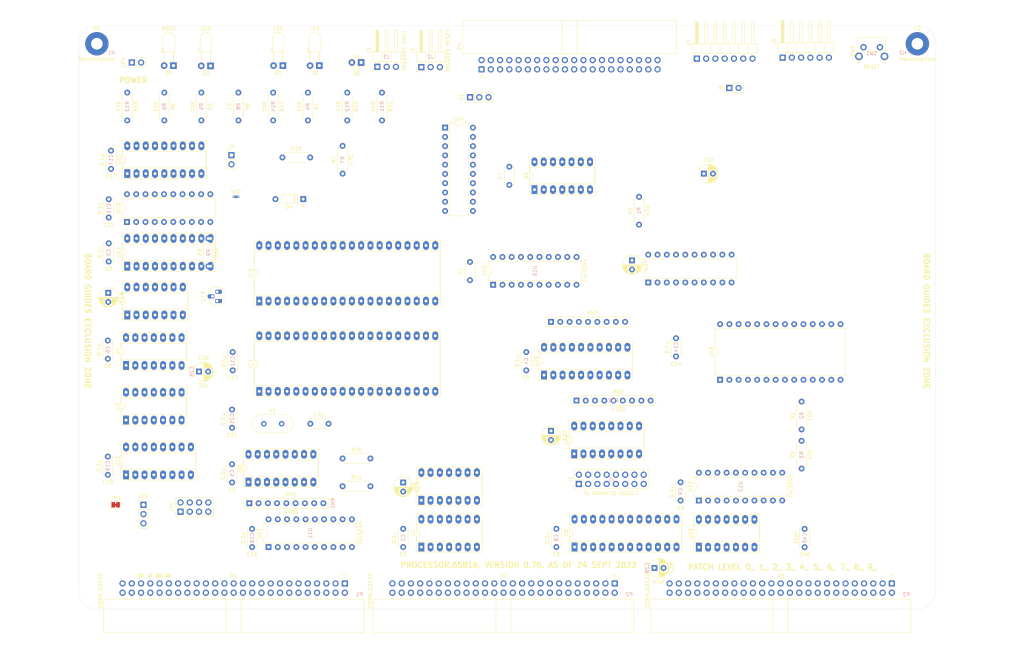
<source format=kicad_pcb>
(kicad_pcb (version 20211014) (generator pcbnew)
  (title_block (title "DUODYNE TMS9995 PROCESSOR") (date "2023-10-14") (rev "v0.50"))
  (layers (0 "F.Cu" signal) (31 "B.Cu" signal) (34 "B.Paste" user) (35 "F.Paste" user) (36 "B.SilkS" user "B.Silkscreen") (37 "F.SilkS" user "F.Silkscreen") (38 "B.Mask" user) (39 "F.Mask" user) (44 "Edge.Cuts" user))
  (net 0 "")
  (net 1 "GND")
  (net 2 "VCC")
  (net 3 "Net-(D2-Pad1)")
  (net 4 "Net-(D5-Pad2)")
  (net 5 "Net-(C40-Pad2)")
  (net 6 "Net-(D1-Pad2)")
  (net 7 "Net-(D2-Pad2)")
  (net 8 "~{WAIT}")
  (net 9 "~{INT0}")
  (net 10 "~{TEND1}")
  (net 11 "~{TEND0}")
  (net 12 "~{DREQ1}")
  (net 13 "~{DREQ0}")
  (net 14 "Net-(D3-Pad1)")
  (net 15 "-12V")
  (net 16 "Net-(D3-Pad2)")
  (net 17 "~{HALT}")
  (net 18 "~{BUSRQ}")
  (net 19 "/bus/CRUCLK")
  (net 20 "~{NMI}")
  (net 21 "CLK")
  (net 22 "~{BUSACK}")
  (net 23 "~{M1}")
  (net 24 "~{MREQ}")
  (net 25 "~{IORQ}")
  (net 26 "~{WR}")
  (net 27 "~{RD}")
  (net 28 "A0")
  (net 29 "A1")
  (net 30 "A2")
  (net 31 "A3")
  (net 32 "A4")
  (net 33 "A5")
  (net 34 "A6")
  (net 35 "A7")
  (net 36 "A8")
  (net 37 "A9")
  (net 38 "A10")
  (net 39 "A11")
  (net 40 "A12")
  (net 41 "A13")
  (net 42 "A14")
  (net 43 "A15")
  (net 44 "+12V")
  (net 45 "D0")
  (net 46 "D1")
  (net 47 "D2")
  (net 48 "D3")
  (net 49 "D4")
  (net 50 "D5")
  (net 51 "D6")
  (net 52 "D7")
  (net 53 "Net-(D5-Pad1)")
  (net 54 "Net-(C41-Pad2)")
  (net 55 "~{ACTIVE}")
  (net 56 "Net-(D6-Pad2)")
  (net 57 "ZERO")
  (net 58 "CRUIN")
  (net 59 "~{INT4}")
  (net 60 "IAQ")
  (net 61 "~{DBIN}")
  (net 62 "~{WE}")
  (net 63 "~{MEMEN}")
  (net 64 "Net-(IC1-Pad21)")
  (net 65 "~{CPU-IORQ}")
  (net 66 "~{CPU-RESET}")
  (net 67 "CPU-A1")
  (net 68 "CPU-A0")
  (net 69 "~{CPU-WAIT}")
  (net 70 "~{CPU-M1}")
  (net 71 "~{CPU-MREQ}")
  (net 72 "DATA-DIR")
  (net 73 "~{TMS9995_RST}")
  (net 74 "Net-(IC1-Pad23)")
  (net 75 "RA15")
  (net 76 "RA14")
  (net 77 "RA13")
  (net 78 "RA12")
  (net 79 "bCLK")
  (net 80 "/bus/~{RFSH}")
  (net 81 "/bus/~{EIRQ7}")
  (net 82 "/bus/~{EIRQ6}")
  (net 83 "~{MAPSEL}")
  (net 84 "~{PWE}")
  (net 85 "Net-(IC2-Pad6)")
  (net 87 "PROTECT")
  (net 91 "CPU-A3")
  (net 92 "CPU-A4")
  (net 93 "CPU-A2")
  (net 94 "CPU-A5")
  (net 95 "CPU-A6")
  (net 96 "CPU-A7")
  (net 97 "/bus/~{EIRQ5}")
  (net 98 "CPU-A11")
  (net 99 "CPU-A12")
  (net 100 "CPU-A10")
  (net 101 "CPU-A13")
  (net 102 "CPU-A9")
  (net 103 "CPU-A14")
  (net 104 "CPU-A8")
  (net 105 "CPU-A15")
  (net 106 "~{CPU-INT}")
  (net 107 "~{CPU-HALT}")
  (net 108 "CPU-D1")
  (net 109 "CPU-D7")
  (net 110 "CPU-D6")
  (net 111 "CPU-D3")
  (net 112 "CPU-D0")
  (net 113 "CPU-D2")
  (net 114 "CPU-D5")
  (net 115 "CPU-D4")
  (net 117 "9995EN")
  (net 118 "~{9995EN}")
  (net 119 "~{9995ACTIVE}")
  (net 120 "A16")
  (net 121 "A17")
  (net 122 "A18")
  (net 123 "A19")
  (net 124 "A20")
  (net 125 "A21")
  (net 126 "/bus/~{EIRQ4}")
  (net 127 "/bus/~{EIRQ3}")
  (net 128 "Net-(J4-Pad1)")
  (net 129 "/bus/~{EIRQ2}")
  (net 130 "/bus/~{EIRQ1}")
  (net 132 "/bus/~{EIRQ0}")
  (net 133 "A23")
  (net 134 "A22")
  (net 135 "Net-(J5-Pad3)")
  (net 137 "CPU-A16")
  (net 138 "CPU-A17")
  (net 139 "10KA")
  (net 140 "CPU-A18")
  (net 141 "CPU-A19")
  (net 142 "CPU-A20")
  (net 143 "/bus/E")
  (net 144 "/bus/ST")
  (net 145 "/bus/PHI")
  (net 146 "/bus/~{INT2}")
  (net 147 "/bus/~{INT1}")
  (net 148 "~{RES_IN}")
  (net 149 "/bus/CRUOUT")
  (net 150 "/bus/CRUIN")
  (net 151 "~{RES_OUT}")
  (net 152 "/bus/USER8")
  (net 153 "/bus/USER7")
  (net 154 "/bus/USER6")
  (net 155 "/bus/USER5")
  (net 156 "/bus/USER4")
  (net 157 "/bus/USER3")
  (net 158 "/bus/USER2")
  (net 159 "/bus/USER1")
  (net 160 "/bus/USER0")
  (net 161 "~{ONBOARD_ROM}")
  (net 163 "/bus/A31")
  (net 164 "/bus/A30")
  (net 165 "/bus/A29")
  (net 166 "/bus/A28")
  (net 167 "/bus/A27")
  (net 168 "/bus/A26")
  (net 169 "/bus/A25")
  (net 170 "/bus/A24")
  (net 171 "~{OFFBOARD_MEM}")
  (net 172 "/bus/IC3")
  (net 173 "/bus/IC2")
  (net 174 "/bus/IC1")
  (net 175 "/bus/IC0")
  (net 176 "/bus/AUXCLK1")
  (net 177 "/bus/AUXCLK0")
  (net 178 "/bus/D15")
  (net 179 "/bus/D31")
  (net 180 "/bus/D14")
  (net 181 "/bus/D30")
  (net 182 "/bus/D13")
  (net 183 "/bus/D29")
  (net 184 "/bus/D12")
  (net 185 "/bus/D28")
  (net 186 "/bus/D11")
  (net 187 "/bus/D27")
  (net 188 "/bus/D10")
  (net 189 "/bus/D26")
  (net 190 "/bus/D9")
  (net 191 "/bus/D25")
  (net 192 "/bus/D8")
  (net 193 "/bus/D24")
  (net 194 "/bus/D23")
  (net 195 "/bus/D22")
  (net 196 "/bus/D21")
  (net 197 "/bus/D20")
  (net 198 "/bus/D19")
  (net 199 "/bus/D18")
  (net 200 "/bus/D17")
  (net 201 "/bus/D16")
  (net 202 "/bus/~{BUSERR}")
  (net 203 "/bus/UDS")
  (net 204 "/bus/~{VPA}")
  (net 205 "/bus/LDS")
  (net 206 "/bus/~{VMA}")
  (net 207 "/bus/S2")
  (net 208 "/bus/~{BHE}")
  (net 209 "/bus/S1")
  (net 210 "/bus/IPL2")
  (net 211 "/bus/S0")
  (net 212 "/bus/IPL1")
  (net 213 "/bus/AUXCLK3")
  (net 214 "/bus/IPL0")
  (net 215 "/bus/AUXCLK2")
  (net 216 "USEROUT1")
  (net 217 "USEROUT2")
  (net 218 "USEROUT3")
  (net 219 "USEROUT4")
  (net 225 "USEROUT5")
  (net 226 "Net-(JP1-Pad1)")
  (net 227 "Net-(JP1-Pad3)")
  (net 229 "Net-(J1-Pad9)")
  (net 230 "Net-(J1-Pad10)")
  (net 231 "Net-(JP1-Pad5)")
  (net 233 "Net-(J1-Pad11)")
  (net 234 "Net-(JP1-Pad7)")
  (net 235 "Net-(JP3-Pad1)")
  (net 236 "RX")
  (net 237 "TX")
  (net 238 "~{EXT_RES}")
  (net 239 "Net-(JP4-Pad1)")
  (net 240 "/IO/VCC_IDE")
  (net 241 "Net-(P3-Pad40)")
  (net 242 "Net-(P3-Pad44)")
  (net 243 "/bus/I2C_SCL")
  (net 244 "Net-(J1-Pad12)")
  (net 245 "Net-(J1-Pad13)")
  (net 246 "Net-(J1-Pad14)")
  (net 247 "Net-(J1-Pad15)")
  (net 248 "Net-(J1-Pad16)")
  (net 249 "Net-(U21-Pad5)")
  (net 250 "/bus/I2C_SDA")
  (net 251 "Net-(P4-Pad1)")
  (net 267 "~{CFSEL}")
  (net 268 "Net-(P4-Pad38)")
  (net 269 "Net-(R2-Pad1)")
  (net 270 "Net-(R9-Pad2)")
  (net 271 "99TOGGLE")
  (net 280 "Net-(U1-Pad12)")
  (net 281 "Net-(U1-Pad13)")
  (net 285 "Net-(U2-Pad11)")
  (net 294 "MAPEN")
  (net 295 "Net-(U4-Pad8)")
  (net 296 "Net-(U21-Pad15)")
  (net 297 "~{CRUCLK}")
  (net 298 "Net-(U5-Pad2)")
  (net 301 "Net-(U5-Pad12)")
  (net 303 "WAIT")
  (net 304 "Net-(U15-Pad7)")
  (net 305 "Net-(U7-Pad2)")
  (net 306 "Net-(U7-Pad12)")
  (net 307 "~{ISFE}")
  (net 308 "~{ROMEN}")
  (net 309 "USER")
  (net 310 "~{FLAGSEL}")
  (net 311 "~{9902SEL}")
  (footprint "Connector_IDC:IDC-Header_2x25_P2.54mm_Horizontal" (layer "F.Cu") (at 108 223 -90)
    (fp_text reference "P1")
    (fp_text value "CONN_02X25")
  )
  (footprint "Capacitor_THT:C_Disc_D5.0mm_W2.5mm_P5.00mm" (layer "F.Cu") (at 124 208 -90)
    (fp_text reference "C2")
    (fp_text value "0.1u")
  )
  (footprint "Capacitor_THT:C_Disc_D5.0mm_W2.5mm_P5.00mm" (layer "F.Cu") (at 43.255 129.71 -90)
    (fp_text reference "C3")
    (fp_text value "0.1u")
  )
  (footprint "Capacitor_THT:C_Disc_D5.0mm_W2.5mm_P5.00mm" (layer "F.Cu") (at 157.75 159.55 -90)
    (fp_text reference "C4")
    (fp_text value "0.1u")
  )
  (footprint "Capacitor_THT:C_Disc_D5.0mm_W2.5mm_P5.00mm" (layer "F.Cu") (at 77.075 190.3 -90)
    (fp_text reference "C5")
    (fp_text value "0.1u")
  )
  (footprint "Capacitor_THT:C_Disc_D5.0mm_W2.5mm_P5.00mm" (layer "F.Cu") (at 43 156.38 -90)
    (fp_text reference "C6")
    (fp_text value "0.1u")
  )
  (footprint "Capacitor_THT:C_Disc_D5.0mm_W2.5mm_P5.00mm" (layer "F.Cu") (at 166 208 -90)
    (fp_text reference "C8")
    (fp_text value "0.1u")
  )
  (footprint "Capacitor_THT:C_Disc_D5.0mm_W2.5mm_P5.00mm" (layer "F.Cu") (at 200.075 195.25 -90)
    (fp_text reference "C9")
    (fp_text value "0.1u")
  )
  (footprint "Capacitor_THT:C_Disc_D5.0mm_W2.5mm_P5.00mm" (layer "F.Cu") (at 43.255 117.645 -90)
    (fp_text reference "C11")
    (fp_text value "0.1u")
  )
  (footprint "Capacitor_THT:C_Disc_D5.0mm_W2.5mm_P5.00mm" (layer "F.Cu") (at 198.83 155.745 -90)
    (fp_text reference "C14")
    (fp_text value "0.1u")
  )
  (footprint "Capacitor_THT:CP_Radial_D5.0mm_P2.50mm" (layer "F.Cu") (at 68.0199 164.9)
    (fp_text reference "C26")
    (fp_text value "22u")
  )
  (footprint "Capacitor_THT:C_Disc_D5.0mm_W2.5mm_P5.00mm" (layer "F.Cu") (at 43.89 104.31 -90)
    (fp_text reference "C17")
    (fp_text value "0.1u")
  )
  (footprint "Capacitor_THT:CP_Radial_D5.0mm_P2.50mm" (layer "F.Cu") (at 124 195.3 -90)
    (fp_text reference "C20")
    (fp_text value "10u")
  )
  (footprint "Capacitor_THT:C_Disc_D5.0mm_W2.5mm_P5.00mm" (layer "F.Cu") (at 77.075 175.3 -90)
    (fp_text reference "C21")
    (fp_text value "0.1u")
  )
  (footprint "Capacitor_THT:CP_Radial_D5.0mm_P2.50mm" (layer "F.Cu") (at 164.54 181.145 -90)
    (fp_text reference "C22")
    (fp_text value "10u")
  )
  (footprint "Capacitor_THT:CP_Radial_D5.0mm_P2.50mm" (layer "F.Cu") (at 192.8847 218.75)
    (fp_text reference "C28")
    (fp_text value "47uF")
  )
  (footprint "Diode_THT:D_DO-35_SOD27_P7.62mm_Horizontal" (layer "F.Cu") (at 96.595 117.605 180)
    (fp_text reference "D4")
    (fp_text value "1N4148")
  )
  (footprint "LED_THT:LED_D3.0mm_Horizontal_O3.81mm_Z2.0mm" (layer "F.Cu") (at 61 81 180)
    (fp_text reference "D5")
    (fp_text value "6502")
  )
  (footprint "LED_THT:LED_D3.0mm" (layer "F.Cu") (at 112.47 80.14 180)
    (fp_text reference "D6")
    (fp_text value "LED")
  )
  (footprint "LED_THT:LED_D3.0mm_Horizontal_O3.81mm_Z2.0mm" (layer "F.Cu") (at 91 81 180)
    (fp_text reference "D1")
    (fp_text value "LED")
  )
  (footprint "LED_THT:LED_D3.0mm_Horizontal_O3.81mm_Z2.0mm" (layer "F.Cu") (at 101 81 180)
    (fp_text reference "D2")
    (fp_text value "LED")
  )
  (footprint "Resistor_THT:R_Axial_DIN0207_L6.3mm_D2.5mm_P7.62mm_Horizontal" (layer "F.Cu") (at 68.655 88.395 -90)
    (fp_text reference "R5")
    (fp_text value "10K")
  )
  (footprint "Resistor_THT:R_Axial_DIN0207_L6.3mm_D2.5mm_P7.62mm_Horizontal" (layer "F.Cu") (at 58.495 88.395 -90)
    (fp_text reference "R6")
    (fp_text value "10K")
  )
  (footprint "Package_DIP:DIP-14_W7.62mm_Socket_LongPads" (layer "F.Cu") (at 48 163.2 90)
    (fp_text reference "U4")
    (fp_text value "74LS04")
  )
  (footprint "Package_DIP:DIP-14_W7.62mm_Socket_LongPads" (layer "F.Cu") (at 128.975 200.2 90)
    (fp_text reference "U5")
    (fp_text value "74LS74")
  )
  (footprint "Package_DIP:DIP-16_W7.62mm_Socket_LongPads" (layer "F.Cu") (at 81.575 195.2 90)
    (fp_text reference "U6")
    (fp_text value "74LS112")
  )
  (footprint "Package_DIP:DIP-24_W7.62mm_Socket_LongPads" (layer "F.Cu") (at 171 213 90)
    (fp_text reference "U8")
    (fp_text value "GAL22V10")
  )
  (footprint "Package_DIP:DIP-16_W7.62mm_Socket_LongPads" (layer "F.Cu") (at 48 193.2 90)
    (fp_text reference "U15")
    (fp_text value "74LS138")
  )
  (footprint "Package_DIP:DIP-14_W7.62mm_Socket_LongPads" (layer "F.Cu") (at 128.975 213 90)
    (fp_text reference "U1")
    (fp_text value "74LS14")
  )
  (footprint "Connector_IDC:IDC-Header_2x25_P2.54mm_Horizontal" (layer "F.Cu") (at 182 223 -90)
    (fp_text reference "P2")
    (fp_text value "CONN_02X25")
  )
  (footprint "MountingHole:MountingHole_3.2mm_M3_Pad" (layer "F.Cu") (at 265 75)
    (fp_text reference "H2")
    (fp_text value "MountingHole")
  )
  (footprint "Resistor_THT:R_Array_SIP9" (layer "F.Cu") (at 81.8 201)
    (fp_text reference "RN1")
    (fp_text value "4700")
  )
  (footprint "Package_DIP:DIP-20_W7.62mm" (layer "F.Cu") (at 87.075 213.025 90)
    (fp_text reference "U11")
    (fp_text value "74LS244")
  )
  (footprint "Package_DIP:DIP-14_W7.62mm_Socket_LongPads" (layer "F.Cu") (at 205.075 213.05 90)
    (fp_text reference "U16")
    (fp_text value "74LS32")
  )
  (footprint "Capacitor_THT:C_Disc_D5.0mm_W2.5mm_P5.00mm" (layer "F.Cu") (at 43 188.2 -90)
    (fp_text reference "C19")
    (fp_text value "0.1u")
  )
  (footprint "Capacitor_THT:CP_Radial_D5.0mm_P2.50mm" (layer "F.Cu") (at 43.125 143.3 -90)
    (fp_text reference "C18")
    (fp_text value "10u")
  )
  (footprint "Capacitor_THT:C_Disc_D5.0mm_W2.5mm_P5.00mm" (layer "F.Cu") (at 77.25 159.55 -90)
    (fp_text reference "C12")
    (fp_text value "0.1u")
  )
  (footprint "Capacitor_THT:C_Disc_D5.0mm_W2.5mm_P5.00mm" (layer "F.Cu") (at 82.575 208.025 -90)
    (fp_text reference "C16")
    (fp_text value "0.1u")
  )
  (footprint "Package_DIP:DIP-14_W7.62mm_Socket_LongPads" (layer "F.Cu") (at 48 178.2 90)
    (fp_text reference "U3")
    (fp_text value "74LS06")
  )
  (footprint "MountingHole:MountingHole_3.2mm_M3_Pad" (layer "F.Cu") (at 40 75)
    (fp_text reference "H1")
    (fp_text value "MountingHole")
  )
  (footprint "Connector_IDC:IDC-Header_2x25_P2.54mm_Horizontal" (layer "F.Cu") (at 258 223 -90)
    (fp_text reference "P3")
    (fp_text value "CONN_02X25")
  )
  (footprint "Package_DIP:DIP-20_W7.62mm" (layer "F.Cu") (at 48.255 123.875 90)
    (fp_text reference "U13")
    (fp_text value "74LS244")
  )
  (footprint "Package_TO_SOT_THT:TO-92L_HandSolder" (layer "F.Cu") (at 72.985 145.55 90)
    (fp_text reference "U19")
    (fp_text value "DS1233")
  )
  (footprint "Package_DIP:DIP-14_W7.62mm_Socket_LongPads" (layer "F.Cu") (at 48.335 149.355 90)
    (fp_text reference "U7")
    (fp_text value "74LS74")
  )
  (footprint "Capacitor_THT:C_Disc_D5.0mm_W2.5mm_P5.00mm" (layer "F.Cu") (at 142.315 139.83 90)
    (fp_text reference "C1")
    (fp_text value "0.1u")
  )
  (footprint "Package_DIP:DIP-20_W7.62mm_Socket_LongPads" (layer "F.Cu") (at 162.63 165.855 90)
    (fp_text reference "U20")
    (fp_text value "74LS688")
  )
  (footprint "Package_DIP:DIP-20_W7.62mm" (layer "F.Cu") (at 191.205 140.455 90)
    (fp_text reference "U9")
    (fp_text value "74LS244")
  )
  (footprint "Package_DIP:DIP-20_W7.62mm" (layer "F.Cu") (at 148.67 141.09 90)
    (fp_text reference "U10")
    (fp_text value "74LS244")
  )
  (footprint "Package_DIP:DIP-20_W7.62mm" (layer "F.Cu") (at 205.075 200.25 90)
    (fp_text reference "U12")
    (fp_text value "74LS245")
  )
  (footprint "Package_DIP:DIP-20_W7.62mm" (layer "F.Cu") (at 135.5 98)
    (fp_text reference "U14")
    (fp_text value "74LS244")
  )
  (footprint "Package_DIP:DIP-14_W7.62mm_Socket_LongPads" (layer "F.Cu") (at 160 115 90)
    (fp_text reference "U2")
    (fp_text value "74LS07")
  )
  (footprint "LED_THT:LED_D3.0mm_Horizontal_O3.81mm_Z2.0mm" (layer "F.Cu") (at 71.175 81.065 180)
    (fp_text reference "D3")
    (fp_text value "LED")
  )
  (footprint "Resistor_THT:R_Axial_DIN0207_L6.3mm_D2.5mm_P7.62mm_Horizontal" (layer "F.Cu") (at 97.865 88.395 -90)
    (fp_text reference "R4")
    (fp_text value "10K")
  )
  (footprint "Button_Switch_THT:SW_Tactile_SPST_Angled_PTS645Vx58-2LFS" (layer "F.Cu") (at 250.225 75.9625)
    (fp_text reference "SW1")
    (fp_text value "RESET")
  )
  (footprint "Resistor_THT:R_Axial_DIN0207_L6.3mm_D2.5mm_P7.62mm_Horizontal" (layer "F.Cu") (at 188.67 124.59 90)
    (fp_text reference "R1")
    (fp_text value "470")
  )
  (footprint "Package_DIP:DIP-28_W15.24mm" (layer "F.Cu") (at 210.905 167.14 90)
    (fp_text reference "U18")
    (fp_text value "27C256")
  )
  (footprint "Capacitor_THT:CP_Radial_D5.0mm_P2.50mm" (layer "F.Cu") (at 186.75 134.4 -90)
    (fp_text reference "C24")
    (fp_text value "10u")
  )
  (footprint "Connector_PinHeader_2.54mm:PinHeader_1x03_P2.54mm_Vertical" (layer "F.Cu") (at 142.33 89.665 90)
    (fp_text reference "K1")
    (fp_text value "IDE PWR")
  )
  (footprint "Capacitor_THT:C_Disc_D5.0mm_W2.5mm_P5.00mm" (layer "F.Cu") (at 153.11 113.715 90)
    (fp_text reference "C7")
    (fp_text value "0.1u")
  )
  (footprint "Resistor_THT:R_Axial_DIN0207_L6.3mm_D2.5mm_P7.62mm_Horizontal" (layer "F.Cu") (at 78.815 96.015 90)
    (fp_text reference "R8")
    (fp_text value "10")
  )
  (footprint "Resistor_THT:R_Axial_DIN0207_L6.3mm_D2.5mm_P7.62mm_Horizontal" (layer "F.Cu") (at 90.88 106.175)
    (fp_text reference "R10")
    (fp_text value "470Ω")
  )
  (footprint "Package_DIP:DIP-16_W7.62mm_Socket_LongPads" (layer "F.Cu") (at 170.895 187.445 90)
    (fp_text reference "U22")
    (fp_text value "74LS259")
  )
  (footprint "Connector_PinHeader_2.54mm:PinHeader_1x07_P2.54mm_Horizontal" (layer "F.Cu") (at 204.54 79.075 90)
    (fp_text reference "J7")
    (fp_text value "Conn_01x07")
  )
  (footprint "Resistor_THT:R_Axial_DIN0207_L6.3mm_D2.5mm_P7.62mm_Horizontal" (layer "F.Cu") (at 108.66 88.395 -90)
    (fp_text reference "R12")
    (fp_text value "470")
  )
  (footprint "Connector_PinHeader_2.54mm:PinHeader_2x04_P2.54mm_Vertical" (layer "F.Cu") (at 62.94 203.33 90)
    (fp_text reference "JP1")
    (fp_text value "BUS CPU")
  )
  (footprint "Jumper:SolderJumper-2_P1.3mm_Bridged_Pad1.0x1.5mm" (layer "F.Cu") (at 45.16 201.425)
    (fp_text reference "JP3")
    (fp_text value "Jumper_2_Bridged")
  )
  (footprint "Crystal:Crystal_HC49-U_Vertical" (layer "F.Cu") (at 85.8 179.2)
    (fp_text reference "Y1")
    (fp_text value "12Mhz")
  )
  (footprint "Resistor_THT:R_Axial_DIN0207_L6.3mm_D2.5mm_P7.62mm_Horizontal" (layer "F.Cu") (at 233.25 191.5 90)
    (fp_text reference "R3")
    (fp_text value "470")
  )
  (footprint "Connector_PinHeader_2.54mm:PinHeader_1x02_P2.54mm_Vertical" (layer "F.Cu") (at 213.43 87.125 90)
    (fp_text reference "J6")
    (fp_text value "TTL SER 0 PWR")
  )
  (footprint "Connector_PinHeader_2.54mm:PinHeader_1x03_P2.54mm_Horizontal" (layer "F.Cu") (at 116.93 81.34 90)
    (fp_text reference "J3")
    (fp_text value "TMS9995 ONLY")
  )
  (footprint "NetTie:NetTie-2_THT_Pad0.3mm" (layer "F.Cu") (at 77.545 116.97)
    (fp_text reference "NT2")
    (fp_text value "NetTie_2")
  )
  (footprint "Resistor_THT:R_Axial_DIN0207_L6.3mm_D2.5mm_P7.62mm_Horizontal" (layer "F.Cu") (at 118.185 88.395 -90)
    (fp_text reference "R11")
    (fp_text value "1KΩ")
  )
  (footprint "Connector_PinHeader_2.54mm:PinHeader_2x08_P2.54mm_Vertical" (layer "F.Cu") (at 172.175 195.715 90)
    (fp_text reference "J1")
    (fp_text value "IO ADDRESS SELECT")
  )
  (footprint "Capacitor_THT:C_Disc_D5.0mm_W2.5mm_P5.00mm" (layer "F.Cu") (at 234.075 208.05 -90)
    (fp_text reference "C40")
    (fp_text value "15pf")
  )
  (footprint "Connector_PinHeader_2.54mm:PinHeader_1x02_P2.54mm_Vertical" (layer "F.Cu") (at 76.91 105.535)
    (fp_text reference "J4")
    (fp_text value "Enable Serial Int")
  )
  (footprint "Resistor_THT:R_Array_SIP9" (layer "F.Cu") (at 164.54 151.26)
    (fp_text reference "RN3")
    (fp_text value "1KΩ")
  )
  (footprint "Resistor_THT:R_Axial_DIN0207_L6.3mm_D2.5mm_P7.62mm_Horizontal" (layer "F.Cu") (at 107.39 110.62 90)
    (fp_text reference "R7")
    (fp_text value "470")
  )
  (footprint "Connector_PinHeader_2.54mm:PinHeader_1x03_P2.54mm_Vertical" (layer "F.Cu") (at 52.78 201.44)
    (fp_text reference "JP2")
    (fp_text value "RES SEL")
  )
  (footprint "Package_DIP:DIP-40_W15.24mm_Socket_LongPads" (layer "F.Cu") (at 84.535 145.55 90)
    (fp_text reference "IC2")
    (fp_text value "74LS612-DIP")
  )
  (footprint "Resistor_THT:R_Axial_DIN0207_L6.3mm_D2.5mm_P7.62mm_Horizontal" (layer "F.Cu") (at 88.34 88.395 -90)
    (fp_text reference "R14")
    (fp_text value "10K")
  )
  (footprint "Resistor_THT:R_Axial_DIN0207_L6.3mm_D2.5mm_P7.62mm_Horizontal" (layer "F.Cu") (at 107.39 196.345)
    (fp_text reference "R15")
    (fp_text value "10K")
  )
  (footprint "Resistor_THT:R_Axial_DIN0207_L6.3mm_D2.5mm_P7.62mm_Horizontal" (layer "F.Cu") (at 107.39 188.725)
    (fp_text reference "R16")
    (fp_text value "10K")
  )
  (footprint "Capacitor_THT:C_Disc_D5.0mm_W2.5mm_P5.00mm" (layer "F.Cu") (at 98.54 179.2)
    (fp_text reference "C41")
    (fp_text value "15pf")
  )
  (footprint "Resistor_THT:R_Axial_DIN0207_L6.3mm_D2.5mm_P7.62mm_Horizontal" (layer "F.Cu") (at 48.335 88.395 -90)
    (fp_text reference "R13")
    (fp_text value "470")
  )
  (footprint "Capacitor_THT:CP_Radial_D5.0mm_P2.50mm" (layer "F.Cu") (at 206.45 110.62)
    (fp_text reference "C42")
    (fp_text value "10u")
  )
  (footprint "Resistor_THT:R_Array_SIP9" (layer "F.Cu") (at 171.525 172.85)
    (fp_text reference "RN2")
    (fp_text value "4700")
  )
  (footprint "Connector_PinHeader_2.54mm:PinHeader_1x06_P2.54mm_Horizontal" (layer "F.Cu") (at 228.04 78.8 90)
    (fp_text reference "J5")
    (fp_text value "TTL SERIAL 0")
  )
  (footprint "Connector_IDC:IDC-Header_2x20_P2.54mm_Horizontal" (layer "F.Cu") (at 145.49 82.0275 90)
    (fp_text reference "P4")
    (fp_text value "8 BIT IDE (CF)")
  )
  (footprint "Resistor_THT:R_Axial_DIN0207_L6.3mm_D2.5mm_P7.62mm_Horizontal" (layer "F.Cu") (at 233.25 180.75 90)
    (fp_text reference "R2")
    (fp_text value "10K")
  )
  (footprint "Package_DIP:DIP-20_W7.62mm_Socket_LongPads" (layer "F.Cu") (at 48.33 136.01 90)
    (fp_text reference "U17")
    (fp_text value "74LS688")
  )
  (footprint "Resistor_THT:R_Axial_DIN0207_L6.3mm_D2.5mm_P7.62mm_Horizontal" (layer "F.Cu") (at 70.56 136.02 90)
    (fp_text reference "R9")
    (fp_text value "10K")
  )
  (footprint "Connector_PinHeader_2.54mm:PinHeader_1x02_P2.54mm_Vertical" (layer "F.Cu") (at 49.6 80.14 90)
    (fp_text reference "JP4")
    (fp_text value "EXT LED")
  )
  (footprint "Package_DIP:DIP-40_W15.24mm_Socket_LongPads" (layer "F.Cu") (at 84.535 170.315 90)
    (fp_text reference "IC1")
    (fp_text value "TMS9995-DIP_1")
  )
  (footprint "Package_DIP:DIP-18_W7.62mm_Socket_LongPads" (layer "F.Cu") (at 48.33 110.61 90)
    (fp_text reference "U21")
    (fp_text value "TMS9902A")
  )
  (footprint "Connector_PinHeader_2.54mm:PinHeader_1x03_P2.54mm_Horizontal" (layer "F.Cu") (at 128.98 81.41 90)
    (fp_text reference "J2")
    (fp_text value "TMS9995 RESET")
  )
  (gr_line (start 35 75) (end 35 225) (layer "Edge.Cuts") (width 0.05))
  (gr_line (start 40 230) (end 265 230) (layer "Edge.Cuts") (width 0.05))
  (gr_line (start 270 225) (end 270 75) (layer "Edge.Cuts") (width 0.05))
  (gr_line (start 265 70) (end 40 70) (layer "Edge.Cuts") (width 0.05))
  (gr_arc (start 270 225) (mid 268.535534 228.535534) (end 265 230) (layer "Edge.Cuts") (width 0.05))
  (gr_arc (start 40 230) (mid 36.464466 228.535534) (end 35 225) (layer "Edge.Cuts") (width 0.05))
  (gr_arc (start 35 75) (mid 36.464466 71.464466) (end 40 70) (layer "Edge.Cuts") (width 0.05))
  (gr_arc (start 265 70) (mid 268.535534 71.464466) (end 270 75) (layer "Edge.Cuts") (width 0.05))
  (gr_text "BOARD GUIDES EXCLUSION ZONE" (at 37.5 151 -90) (layer "F.SilkS") (effects (font (size 1.5 1.5) (thickness 0.3))))
  (gr_text "~{IEI}" (at 54.558 221) (layer "F.SilkS") (effects (font (size 0.7 0.7) (thickness 0.175))))
  (gr_text "~{BAO}" (at 57.098 221) (layer "F.SilkS") (effects (font (size 0.7 0.7) (thickness 0.175))))
  (gr_text "~{BAI}" (at 59.638 221) (layer "F.SilkS") (effects (font (size 0.7 0.7) (thickness 0.175))))
  (gr_text "POWER" (at 50 85) (layer "F.SilkS") (effects (font (size 1.5 1.5) (thickness 0.3))))
  (gr_text "BOARD GUIDES EXCLUSION ZONE" (at 267.5 151 -90) (layer "F.SilkS") (effects (font (size 1.5 1.5) (thickness 0.3))))
  (gr_text "~{IEO}" (at 52 221) (layer "F.SilkS") (effects (font (size 0.7 0.7) (thickness 0.175))))
  (gr_text "PROCESSOR.65816, VERSION 0.76, AS OF 24 SEPT 2023" (at 155.65 217.935) (layer "F.SilkS") (effects (font (size 1.5 1.5) (thickness 0.3))))
  (gr_text "PATCH LEVEL 0_ 1_ 2_ 3_ 4_ 5_ 6_ 7_ 8_ 9_" (at 228 218.5) (layer "F.SilkS") (effects (font (size 1.5 1.5) (thickness 0.3))))
)
</source>
